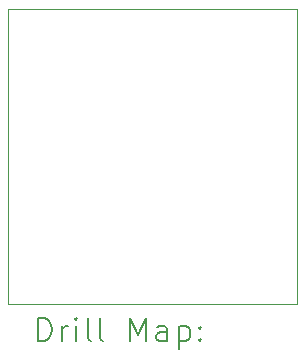
<source format=gbr>
%TF.GenerationSoftware,KiCad,Pcbnew,8.0.02-1-dev-92ffd898f5*%
%TF.CreationDate,2024-03-29T15:55:22-07:00*%
%TF.ProjectId,sfh7072_breakoutboard,73666837-3037-4325-9f62-7265616b6f75,rev?*%
%TF.SameCoordinates,Original*%
%TF.FileFunction,Drillmap*%
%TF.FilePolarity,Positive*%
%FSLAX45Y45*%
G04 Gerber Fmt 4.5, Leading zero omitted, Abs format (unit mm)*
G04 Created by KiCad (PCBNEW 8.0.02-1-dev-92ffd898f5) date 2024-03-29 15:55:22*
%MOMM*%
%LPD*%
G01*
G04 APERTURE LIST*
%ADD10C,0.050000*%
%ADD11C,0.200000*%
G04 APERTURE END LIST*
D10*
X1975000Y-1475000D02*
X4425000Y-1475000D01*
X4425000Y-3975000D01*
X1975000Y-3975000D01*
X1975000Y-1475000D01*
D11*
X2233277Y-4288984D02*
X2233277Y-4088984D01*
X2233277Y-4088984D02*
X2280896Y-4088984D01*
X2280896Y-4088984D02*
X2309467Y-4098508D01*
X2309467Y-4098508D02*
X2328515Y-4117555D01*
X2328515Y-4117555D02*
X2338039Y-4136603D01*
X2338039Y-4136603D02*
X2347563Y-4174698D01*
X2347563Y-4174698D02*
X2347563Y-4203270D01*
X2347563Y-4203270D02*
X2338039Y-4241365D01*
X2338039Y-4241365D02*
X2328515Y-4260412D01*
X2328515Y-4260412D02*
X2309467Y-4279460D01*
X2309467Y-4279460D02*
X2280896Y-4288984D01*
X2280896Y-4288984D02*
X2233277Y-4288984D01*
X2433277Y-4288984D02*
X2433277Y-4155650D01*
X2433277Y-4193746D02*
X2442801Y-4174698D01*
X2442801Y-4174698D02*
X2452324Y-4165174D01*
X2452324Y-4165174D02*
X2471372Y-4155650D01*
X2471372Y-4155650D02*
X2490420Y-4155650D01*
X2557086Y-4288984D02*
X2557086Y-4155650D01*
X2557086Y-4088984D02*
X2547563Y-4098508D01*
X2547563Y-4098508D02*
X2557086Y-4108031D01*
X2557086Y-4108031D02*
X2566610Y-4098508D01*
X2566610Y-4098508D02*
X2557086Y-4088984D01*
X2557086Y-4088984D02*
X2557086Y-4108031D01*
X2680896Y-4288984D02*
X2661848Y-4279460D01*
X2661848Y-4279460D02*
X2652324Y-4260412D01*
X2652324Y-4260412D02*
X2652324Y-4088984D01*
X2785658Y-4288984D02*
X2766610Y-4279460D01*
X2766610Y-4279460D02*
X2757086Y-4260412D01*
X2757086Y-4260412D02*
X2757086Y-4088984D01*
X3014229Y-4288984D02*
X3014229Y-4088984D01*
X3014229Y-4088984D02*
X3080896Y-4231841D01*
X3080896Y-4231841D02*
X3147562Y-4088984D01*
X3147562Y-4088984D02*
X3147562Y-4288984D01*
X3328515Y-4288984D02*
X3328515Y-4184222D01*
X3328515Y-4184222D02*
X3318991Y-4165174D01*
X3318991Y-4165174D02*
X3299943Y-4155650D01*
X3299943Y-4155650D02*
X3261848Y-4155650D01*
X3261848Y-4155650D02*
X3242801Y-4165174D01*
X3328515Y-4279460D02*
X3309467Y-4288984D01*
X3309467Y-4288984D02*
X3261848Y-4288984D01*
X3261848Y-4288984D02*
X3242801Y-4279460D01*
X3242801Y-4279460D02*
X3233277Y-4260412D01*
X3233277Y-4260412D02*
X3233277Y-4241365D01*
X3233277Y-4241365D02*
X3242801Y-4222317D01*
X3242801Y-4222317D02*
X3261848Y-4212793D01*
X3261848Y-4212793D02*
X3309467Y-4212793D01*
X3309467Y-4212793D02*
X3328515Y-4203270D01*
X3423753Y-4155650D02*
X3423753Y-4355650D01*
X3423753Y-4165174D02*
X3442801Y-4155650D01*
X3442801Y-4155650D02*
X3480896Y-4155650D01*
X3480896Y-4155650D02*
X3499943Y-4165174D01*
X3499943Y-4165174D02*
X3509467Y-4174698D01*
X3509467Y-4174698D02*
X3518991Y-4193746D01*
X3518991Y-4193746D02*
X3518991Y-4250889D01*
X3518991Y-4250889D02*
X3509467Y-4269936D01*
X3509467Y-4269936D02*
X3499943Y-4279460D01*
X3499943Y-4279460D02*
X3480896Y-4288984D01*
X3480896Y-4288984D02*
X3442801Y-4288984D01*
X3442801Y-4288984D02*
X3423753Y-4279460D01*
X3604705Y-4269936D02*
X3614229Y-4279460D01*
X3614229Y-4279460D02*
X3604705Y-4288984D01*
X3604705Y-4288984D02*
X3595182Y-4279460D01*
X3595182Y-4279460D02*
X3604705Y-4269936D01*
X3604705Y-4269936D02*
X3604705Y-4288984D01*
X3604705Y-4165174D02*
X3614229Y-4174698D01*
X3614229Y-4174698D02*
X3604705Y-4184222D01*
X3604705Y-4184222D02*
X3595182Y-4174698D01*
X3595182Y-4174698D02*
X3604705Y-4165174D01*
X3604705Y-4165174D02*
X3604705Y-4184222D01*
M02*

</source>
